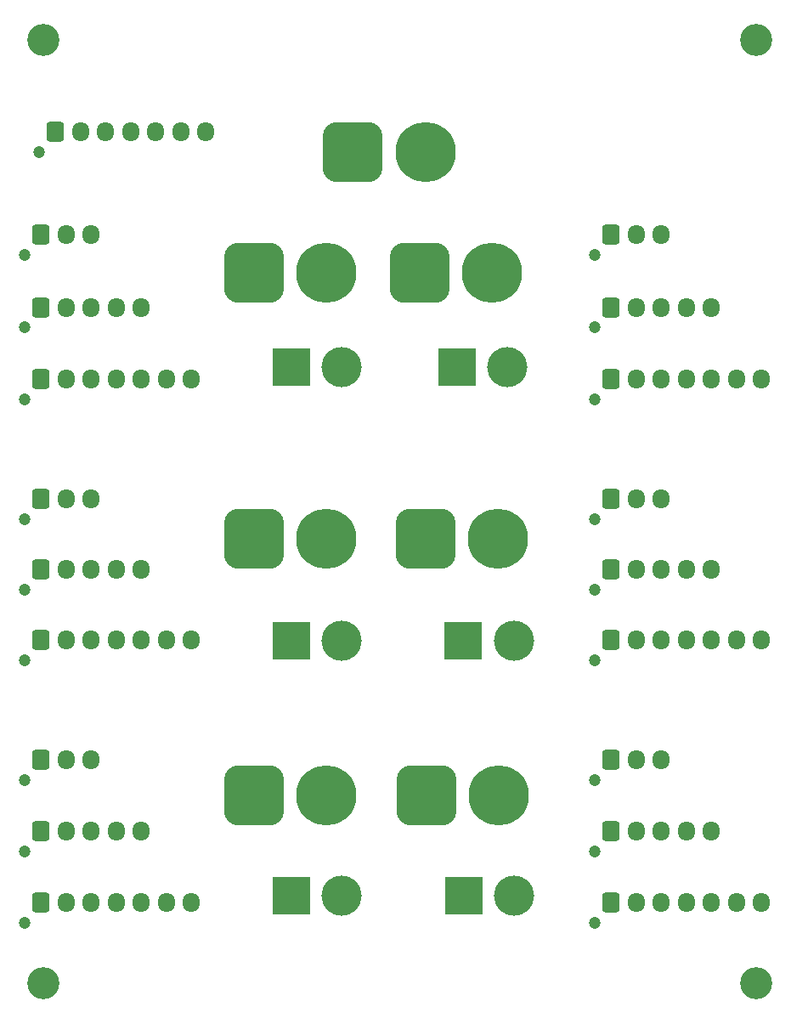
<source format=gbr>
%TF.GenerationSoftware,KiCad,Pcbnew,(5.99.0-10650-gfdcc49d3ee)*%
%TF.CreationDate,2021-06-18T14:28:24+02:00*%
%TF.ProjectId,lipo_parallel_board,6c69706f-5f70-4617-9261-6c6c656c5f62,rev?*%
%TF.SameCoordinates,Original*%
%TF.FileFunction,Soldermask,Bot*%
%TF.FilePolarity,Negative*%
%FSLAX46Y46*%
G04 Gerber Fmt 4.6, Leading zero omitted, Abs format (unit mm)*
G04 Created by KiCad (PCBNEW (5.99.0-10650-gfdcc49d3ee)) date 2021-06-18 14:28:24*
%MOMM*%
%LPD*%
G01*
G04 APERTURE LIST*
G04 Aperture macros list*
%AMRoundRect*
0 Rectangle with rounded corners*
0 $1 Rounding radius*
0 $2 $3 $4 $5 $6 $7 $8 $9 X,Y pos of 4 corners*
0 Add a 4 corners polygon primitive as box body*
4,1,4,$2,$3,$4,$5,$6,$7,$8,$9,$2,$3,0*
0 Add four circle primitives for the rounded corners*
1,1,$1+$1,$2,$3*
1,1,$1+$1,$4,$5*
1,1,$1+$1,$6,$7*
1,1,$1+$1,$8,$9*
0 Add four rect primitives between the rounded corners*
20,1,$1+$1,$2,$3,$4,$5,0*
20,1,$1+$1,$4,$5,$6,$7,0*
20,1,$1+$1,$6,$7,$8,$9,0*
20,1,$1+$1,$8,$9,$2,$3,0*%
G04 Aperture macros list end*
%ADD10C,1.200000*%
%ADD11RoundRect,0.250000X-0.600000X-0.725000X0.600000X-0.725000X0.600000X0.725000X-0.600000X0.725000X0*%
%ADD12O,1.700000X1.950000*%
%ADD13RoundRect,1.500000X-1.500000X-1.500000X1.500000X-1.500000X1.500000X1.500000X-1.500000X1.500000X0*%
%ADD14C,6.000000*%
%ADD15R,3.800000X3.800000*%
%ADD16C,4.000000*%
%ADD17C,3.200000*%
G04 APERTURE END LIST*
D10*
%TO.C,J2*%
X152952000Y-118700000D03*
D11*
X154552000Y-116700000D03*
D12*
X157052000Y-116700000D03*
X159552000Y-116700000D03*
%TD*%
D10*
%TO.C,J3*%
X96150000Y-66397400D03*
D11*
X97750000Y-64397400D03*
D12*
X100250000Y-64397400D03*
X102750000Y-64397400D03*
%TD*%
D13*
%TO.C,J15*%
X136106400Y-94650000D03*
D14*
X143306400Y-94650000D03*
%TD*%
D13*
%TO.C,J25*%
X118950000Y-68175000D03*
D14*
X126150000Y-68175000D03*
%TD*%
D10*
%TO.C,J30*%
X152952000Y-99750000D03*
D11*
X154552000Y-97750000D03*
D12*
X157052000Y-97750000D03*
X159552000Y-97750000D03*
X162052000Y-97750000D03*
X164552000Y-97750000D03*
%TD*%
D10*
%TO.C,J22*%
X152952000Y-132950000D03*
D11*
X154552000Y-130950000D03*
D12*
X157052000Y-130950000D03*
X159552000Y-130950000D03*
X162052000Y-130950000D03*
X164552000Y-130950000D03*
X167052000Y-130950000D03*
X169552000Y-130950000D03*
%TD*%
D10*
%TO.C,J31*%
X96150000Y-106800000D03*
D11*
X97750000Y-104800000D03*
D12*
X100250000Y-104800000D03*
X102750000Y-104800000D03*
X105250000Y-104800000D03*
X107750000Y-104800000D03*
X110250000Y-104800000D03*
X112750000Y-104800000D03*
%TD*%
D15*
%TO.C,J8*%
X139219800Y-77625000D03*
D16*
X144219800Y-77625000D03*
%TD*%
D10*
%TO.C,J26*%
X96150000Y-118700000D03*
D11*
X97750000Y-116700000D03*
D12*
X100250000Y-116700000D03*
X102750000Y-116700000D03*
%TD*%
D17*
%TO.C,H1*%
X98000000Y-139000000D03*
%TD*%
D13*
%TO.C,J9*%
X136170800Y-120250000D03*
D14*
X143370800Y-120250000D03*
%TD*%
D17*
%TO.C,H2*%
X169000000Y-139000000D03*
%TD*%
D13*
%TO.C,J28*%
X128850000Y-56125000D03*
D14*
X136050000Y-56125000D03*
%TD*%
D13*
%TO.C,J19*%
X135469800Y-68175000D03*
D14*
X142669800Y-68175000D03*
%TD*%
D10*
%TO.C,J27*%
X96150000Y-92700000D03*
D11*
X97750000Y-90700000D03*
D12*
X100250000Y-90700000D03*
X102750000Y-90700000D03*
%TD*%
D15*
%TO.C,J18*%
X122700000Y-77625000D03*
D16*
X127700000Y-77625000D03*
%TD*%
D10*
%TO.C,J23*%
X152952000Y-80773800D03*
D11*
X154552000Y-78773800D03*
D12*
X157052000Y-78773800D03*
X159552000Y-78773800D03*
X162052000Y-78773800D03*
X164552000Y-78773800D03*
X167052000Y-78773800D03*
X169552000Y-78773800D03*
%TD*%
D10*
%TO.C,J16*%
X152952000Y-73636400D03*
D11*
X154552000Y-71636400D03*
D12*
X157052000Y-71636400D03*
X159552000Y-71636400D03*
X162052000Y-71636400D03*
X164552000Y-71636400D03*
%TD*%
D17*
%TO.C,H3*%
X98000000Y-45000000D03*
%TD*%
D10*
%TO.C,J4*%
X152952000Y-125825000D03*
D11*
X154552000Y-123825000D03*
D12*
X157052000Y-123825000D03*
X159552000Y-123825000D03*
X162052000Y-123825000D03*
X164552000Y-123825000D03*
%TD*%
D10*
%TO.C,J32*%
X152952000Y-106800000D03*
D11*
X154552000Y-104800000D03*
D12*
X157052000Y-104800000D03*
X159552000Y-104800000D03*
X162052000Y-104800000D03*
X164552000Y-104800000D03*
X167052000Y-104800000D03*
X169552000Y-104800000D03*
%TD*%
D13*
%TO.C,J21*%
X118950000Y-94650000D03*
D14*
X126150000Y-94650000D03*
%TD*%
D17*
%TO.C,H4*%
X169000000Y-45000000D03*
%TD*%
D10*
%TO.C,J1*%
X97575000Y-56150000D03*
D11*
X99175000Y-54150000D03*
D12*
X101675000Y-54150000D03*
X104175000Y-54150000D03*
X106675000Y-54150000D03*
X109175000Y-54150000D03*
X111675000Y-54150000D03*
X114175000Y-54150000D03*
%TD*%
D13*
%TO.C,J13*%
X118950000Y-120250000D03*
D14*
X126150000Y-120250000D03*
%TD*%
D15*
%TO.C,J20*%
X139856400Y-104843600D03*
D16*
X144856400Y-104843600D03*
%TD*%
D15*
%TO.C,J12*%
X122700000Y-130250000D03*
D16*
X127700000Y-130250000D03*
%TD*%
D10*
%TO.C,J29*%
X96150000Y-125825000D03*
D11*
X97750000Y-123825000D03*
D12*
X100250000Y-123825000D03*
X102750000Y-123825000D03*
X105250000Y-123825000D03*
X107750000Y-123825000D03*
%TD*%
D15*
%TO.C,J14*%
X122700000Y-104843600D03*
D16*
X127700000Y-104843600D03*
%TD*%
D10*
%TO.C,J17*%
X96150000Y-99750000D03*
D11*
X97750000Y-97750000D03*
D12*
X100250000Y-97750000D03*
X102750000Y-97750000D03*
X105250000Y-97750000D03*
X107750000Y-97750000D03*
%TD*%
D10*
%TO.C,J6*%
X96150000Y-132950000D03*
D11*
X97750000Y-130950000D03*
D12*
X100250000Y-130950000D03*
X102750000Y-130950000D03*
X105250000Y-130950000D03*
X107750000Y-130950000D03*
X110250000Y-130950000D03*
X112750000Y-130950000D03*
%TD*%
D10*
%TO.C,J7*%
X96150000Y-80773800D03*
D11*
X97750000Y-78773800D03*
D12*
X100250000Y-78773800D03*
X102750000Y-78773800D03*
X105250000Y-78773800D03*
X107750000Y-78773800D03*
X110250000Y-78773800D03*
X112750000Y-78773800D03*
%TD*%
D10*
%TO.C,J5*%
X96150000Y-73636400D03*
D11*
X97750000Y-71636400D03*
D12*
X100250000Y-71636400D03*
X102750000Y-71636400D03*
X105250000Y-71636400D03*
X107750000Y-71636400D03*
%TD*%
D15*
%TO.C,J24*%
X139920800Y-130250000D03*
D16*
X144920800Y-130250000D03*
%TD*%
D10*
%TO.C,J10*%
X152952000Y-66397400D03*
D11*
X154552000Y-64397400D03*
D12*
X157052000Y-64397400D03*
X159552000Y-64397400D03*
%TD*%
D10*
%TO.C,J11*%
X152952000Y-92700000D03*
D11*
X154552000Y-90700000D03*
D12*
X157052000Y-90700000D03*
X159552000Y-90700000D03*
%TD*%
M02*

</source>
